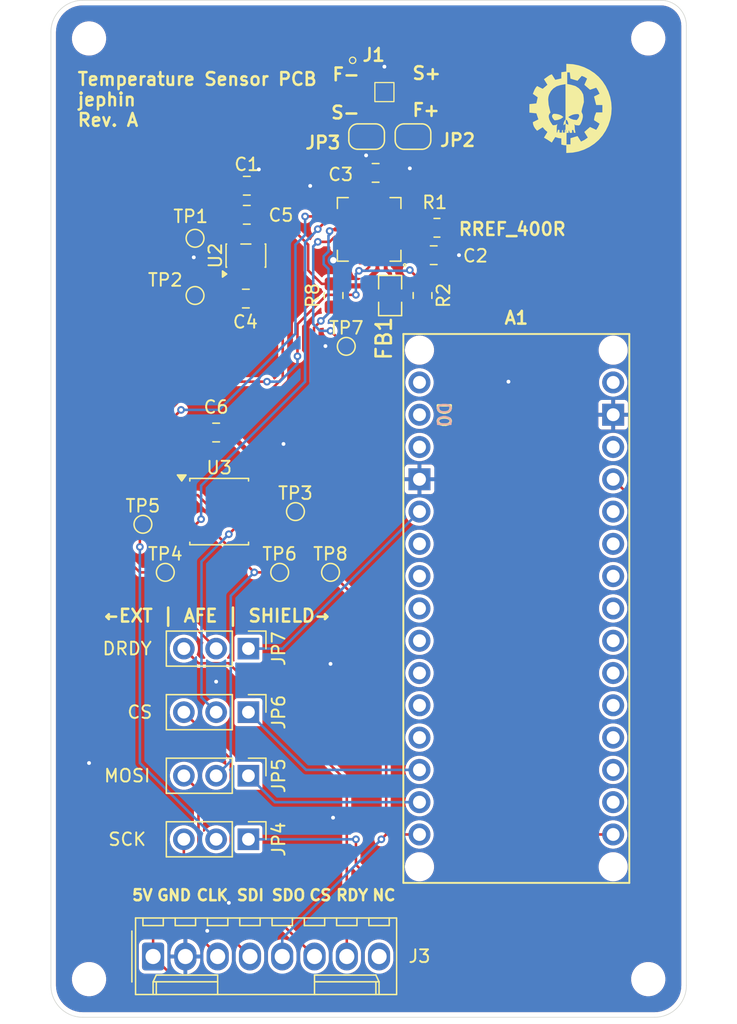
<source format=kicad_pcb>
(kicad_pcb (version 20241229) (generator "pcbnew") (generator_version "9.0")
  (title_block (title "RTD Sensor PCB") (date "2024-03-06") (company "DTU Nanolab"))
  (layers (0 "F.Cu" signal) (2 "B.Cu" signal) (13 "F.Paste" user) (15 "B.Paste" user) (5 "F.SilkS" user "F.Silkscreen") (7 "B.SilkS" user "B.Silkscreen") (1 "F.Mask" user) (3 "B.Mask" user) (25 "Edge.Cuts" user))
  (net 0 "")
  (net 1 "GND")
  (net 2 "Net-(U1-VDD)")
  (net 7 "/CS_5V")
  (net 8 "/SDO")
  (net 9 "/DRDY")
  (net 10 "Net-(U1-BIAS)")
  (net 11 "Net-(U1-ISENSOR)")
  (net 23 "/SCK_5V")
  (net 33 "3V3")
  (net 34 "5V")
  (net 35 "/DRDY_EXT")
  (net 36 "/MOSI_EXT")
  (net 38 "/CS_EXT")
  (net 39 "/SCK_EXT")
  (net 40 "/SCK_JP")
  (net 41 "/MOSI_JP")
  (net 42 "/MOSI_5V")
  (net 43 "/CS_JP")
  (net 44 "/DRDY_JP")
  (net 45 "/CS")
  (net 46 "/SCLK")
  (net 47 "/SDI")
  (net 49 "/SENSOR_S-")
  (net 50 "/SENSOR_S+")
  (net 51 "/SENSOR_F+")
  (net 52 "/SENSOR_F-")
  (footprint "TestPoint:TestPoint_Pad_D1.0mm" (layer "F.Cu") (at 111.34 88.72)
    (property "Reference" "TP1")
    (property "Value" "TestPoint")
  )
  (footprint "Resistor_SMD:R_0805_2012Metric" (layer "F.Cu") (at 122.24 93.22 90)
    (property "Reference" "R8")
    (property "Value" "10K")
  )
  (footprint "Jumper:SolderJumper-2_P1.3mm_Open_RoundedPad1.0x1.5mm" (layer "F.Cu") (at 124.84 80.72)
    (property "Reference" "JP3")
    (property "Value" "SOLDERJUMPER")
  )
  (footprint "Resistor_SMD:R_0805_2012Metric" (layer "F.Cu") (at 130.374 87.893 180)
    (property "Reference" "R1")
    (property "Value" "430Ω, ±0.1%")
  )
  (footprint "external_footprints:MAX31865ATP+" (layer "F.Cu") (at 125.04 88.02 90)
    (property "Reference" "U1" (hide yes))
    (property "Value" "MAX31865")
  )
  (footprint "TestPoint:TestPoint_Pad_D1.0mm" (layer "F.Cu") (at 109 115)
    (property "Reference" "TP4")
    (property "Value" "TestPoint")
  )
  (footprint "Connector_PinHeader_2.54mm:PinHeader_1x03_P2.54mm_Vertical" (layer "F.Cu") (at 115.54 136 -90)
    (property "Reference" "JP4")
    (property "Value" "Jumper_3_Open")
  )
  (footprint "PCM_arduino-library:Arduino_Nano_Socket" (layer "F.Cu") (at 136.62 139.43)
    (property "Reference" "A1")
    (property "Value" "Arduino_Nano_Socket")
  )
  (footprint "TestPoint:TestPoint_Pad_D1.0mm" (layer "F.Cu") (at 123.24 97.22)
    (property "Reference" "TP7")
    (property "Value" "TestPoint")
  )
  (footprint "Package_TO_SOT_SMD:SOT-23-5" (layer "F.Cu") (at 115.34 90.0825 90)
    (property "Reference" "U2")
    (property "Value" "MIC5225")
  )
  (footprint "Capacitor_SMD:C_0805_2012Metric" (layer "F.Cu") (at 113 104 180)
    (property "Reference" "C6")
    (property "Value" "0.1uF")
  )
  (footprint "Capacitor_SMD:C_0805_2012Metric" (layer "F.Cu") (at 115.4131 86.8731)
    (property "Reference" "C5")
    (property "Value" "10uF")
  )
  (footprint "Capacitor_SMD:C_0805_2012Metric" (layer "F.Cu") (at 130.12 90.052)
    (property "Reference" "C2")
    (property "Value" "0.1uF")
  )
  (footprint "Jumper:SolderJumper-2_P1.3mm_Open_RoundedPad1.0x1.5mm" (layer "F.Cu") (at 128.49 80.72)
    (property "Reference" "JP2")
    (property "Value" "SOLDERJUMPER")
  )
  (footprint "Capacitor_SMD:C_0805_2012Metric" (layer "F.Cu") (at 115.34 93.4625)
    (property "Reference" "C4")
    (property "Value" "10uF")
  )
  (footprint "Capacitor_SMD:C_0805_2012Metric" (layer "F.Cu") (at 125.548 83.575 180)
    (property "Reference" "C3")
    (property "Value" "0.1uF")
  )
  (footprint "MountingHole:MountingHole_2.2mm_M2_ISO7380" (layer "F.Cu") (at 103 147)
    (property "Reference" "U$2" (hide yes))
    (property "Value" "MOUNTINGHOLE2.5")
  )
  (footprint "Resistor_SMD:R_0805_2012Metric" (layer "F.Cu") (at 129.24 93.22 -90)
    (property "Reference" "R2")
    (property "Value" "10K")
  )
  (footprint "Connector_PinHeader_2.54mm:PinHeader_1x03_P2.54mm_Vertical" (layer "F.Cu") (at 115.54 131 -90)
    (property "Reference" "JP5")
    (property "Value" "Jumper_3_Open")
  )
  (footprint "Connector_Molex:Molex_KK-254_AE-6410-08A_1x08_P2.54mm_Vertical" (layer "F.Cu") (at 108.04 145.22)
    (property "Reference" "J3")
    (property "Value" "Conn_01x08")
  )
  (footprint "MountingHole:MountingHole_2.2mm_M2_ISO7380" (layer "F.Cu") (at 147 147)
    (property "Reference" "U$1" (hide yes))
    (property "Value" "MOUNTINGHOLE2.5")
  )
  (footprint "TestPoint:TestPoint_Pad_D1.0mm" (layer "F.Cu") (at 107.24 111.22)
    (property "Reference" "TP5")
    (property "Value" "TestPoint")
  )
  (footprint "TestPoint:TestPoint_Pad_D1.0mm" (layer "F.Cu") (at 119.24 110.22)
    (property "Reference" "TP3")
    (property "Value" "TestPoint")
  )
  (footprint "Package_SO:TSSOP-14_4.4x5mm_P0.65mm" (layer "F.Cu") (at 113.24 110.22)
    (property "Reference" "U3")
    (property "Value" "74LVC125")
  )
  (footprint "MountingHole:MountingHole_2.2mm_M2_ISO7380" (layer "F.Cu") (at 103 73)
    (property "Reference" "U$18" (hide yes))
    (property "Value" "MOUNTINGHOLE2.5")
  )
  (footprint "external_footprints:LI0805G201R-10" (layer "F.Cu") (at 126.691 93.227 -90)
    (property "Reference" "FB1")
    (property "Value" "FERRITE-0805NO")
  )
  (footprint "SensorFootprint:RTD_Sensor_BondPad_4x" (layer "F.Cu") (at 126.24 77.22)
    (property "Reference" "J1")
    (property "Value" "Conn_01x04" (hide yes))
  )
  (footprint "TestPoint:TestPoint_Pad_D1.0mm" (layer "F.Cu") (at 111.34 93.22)
    (property "Reference" "TP2")
    (property "Value" "TestPoint")
  )
  (footprint "TestPoint:TestPoint_Pad_D1.0mm" (layer "F.Cu") (at 122 115)
    (property "Reference" "TP8")
    (property "Value" "TestPoint")
  )
  (footprint "Connector_PinHeader_2.54mm:PinHeader_1x03_P2.54mm_Vertical" (layer "F.Cu") (at 115.54 121 -90)
    (property "Reference" "JP7")
    (property "Value" "Jumper_3_Open")
  )
  (footprint "MountingHole:MountingHole_2.2mm_M2_ISO7380" (layer "F.Cu") (at 147 73)
    (property "Reference" "U$19" (hide yes))
    (property "Value" "MOUNTINGHOLE2.5")
  )
  (footprint "Capacitor_SMD:C_0805_2012Metric" (layer "F.Cu") (at 115.4131 84.5871)
    (property "Reference" "C1")
    (property "Value" "0.1uF")
  )
  (footprint "Connector_PinHeader_2.54mm:PinHeader_1x03_P2.54mm_Vertical" (layer "F.Cu") (at 115.54 126 -90)
    (property "Reference" "JP6")
    (property "Value" "Jumper_3_Open")
  )
  (footprint "TestPoint:TestPoint_Pad_D1.0mm" (layer "F.Cu") (at 118 115)
    (property "Reference" "TP6")
    (property "Value" "TestPoint")
  )
  (gr_poly (pts (xy 139.791406 78.939645) (xy 139.980696 78.981769) (xy 140.156476 79.053019) (xy 140.279588 79.144801) (xy 140.31905 79.159303) (xy 140.290274 79.208305) (xy 140.117167 79.327068) (xy 139.895184 79.410248) (xy 139.679056 79.436977) (xy 139.620743 79.436977) (xy 139.518801 79.320647) (xy 139.450689 79.211663) (xy 139.423023 79.103195) (xy 139.452216 79.01291) (xy 139.514957 78.944928) (xy 139.569758 78.926509) (xy 139.624712 78.926509)) (fill yes) (layer "F.SilkS"))
  (gr_poly (pts (xy 141.074047 75.026739) (xy 141.516811 75.113544) (xy 141.946803 75.258287) (xy 142.367254 75.463146) (xy 142.757568 75.719433) (xy 143.100081 76.017752) (xy 143.398442 76.360164) (xy 143.654719 76.750306) (xy 143.859578 77.170757) (xy 144.004321 77.600749) (xy 144.091127 78.043513) (xy 144.120307 78.502748) (xy 144.091127 78.961983) (xy 144.004321 79.404747) (xy 143.859578 79.834739) (xy 143.654719 80.255191) (xy 143.398442 80.645332) (xy 143.100081 80.987744) (xy 142.757568 81.286063) (xy 142.367254 81.54235) (xy 141.946803 81.747209) (xy 141.516811 81.891952) (xy 141.074047 81.978758) (xy 140.614812 82.007938) (xy 140.550393 82.007938) (xy 140.550393 81.40649) (xy 140.504292 81.40649) (xy 140.335395 81.392235) (xy 140.159299 81.348177) (xy 140.159299 80.863661) (xy 139.94486 80.839073) (xy 139.683025 80.756804) (xy 139.410084 81.192472) (xy 139.073029 80.970211) (xy 138.791234 80.8026) (xy 139.024948 80.426161) (xy 140.569932 80.426161) (xy 140.569932 81.331386) (xy 140.878594 81.331386) (xy 140.878594 80.846564) (xy 141.436384 80.678341) (xy 141.711157 81.112483) (xy 141.969908 80.984761) (xy 142.240859 80.797104) (xy 141.969138 80.356246) (xy 142.415492 79.962404) (xy 142.904283 80.18955) (xy 143.048347 79.964393) (xy 143.168676 79.707781) (xy 142.733618 79.432703) (xy 142.7451 79.305109) (xy 142.788573 79.096869) (xy 142.90062 78.817516) (xy 143.389716 78.817516) (xy 143.389716 78.236829) (xy 142.899704 78.236829) (xy 142.732092 77.567298) (xy 143.168371 77.349617) (xy 143.048271 77.097359) (xy 142.903673 76.87487) (xy 142.414882 77.037902) (xy 141.969749 76.648029) (xy 142.187125 76.157406) (xy 141.971311 76.023379) (xy 141.765501 75.947052) (xy 141.435468 76.329292) (xy 140.879205 76.161986) (xy 140.824861 75.673195) (xy 140.624582 75.673195) (xy 140.624582 76.582389) (xy 140.944963 76.649146) (xy 141.274573 76.745116) (xy 141.541513 76.918959) (xy 141.741436 77.137288) (xy 141.882127 77.405792) (xy 141.922763 77.687922) (xy 141.937082 78.009988) (xy 141.8 78.5) (xy 141.749875 78.743523) (xy 141.769775 78.821485) (xy 141.84749 78.996069) (xy 141.85465 79.182354) (xy 141.813453 79.374025) (xy 141.743519 79.568563) (xy 141.658403 79.74176) (xy 141.602774 79.818301) (xy 141.516461 79.846154) (xy 141.262055 79.819217) (xy 141.208017 79.765178) (xy 141.188521 79.775289) (xy 141.197331 79.813722) (xy 141.213011 79.889262) (xy 141.221755 80.137343) (xy 141.278847 80.421276) (xy 141.150925 80.421276) (xy 141.097191 80.202678) (xy 141.007432 80.202678) (xy 141.007432 80.426161) (xy 140.826692 80.426161) (xy 140.770211 80.260991) (xy 140.73388 80.224965) (xy 140.73388 80.426161) (xy 140.569932 80.426161) (xy 139.024948 80.426161) (xy 139.065702 80.36052) (xy 138.865901 80.187205) (xy 138.692621 79.987134) (xy 138.25451 80.263739) (xy 138.101142 80.087623) (xy 138.000192 79.925463) (xy 137.937557 79.755559) (xy 137.91715 79.585049) (xy 138.353123 79.367978) (xy 138.19406 78.891094) (xy 137.647567 78.83614) (xy 137.647567 78.499695) (xy 137.647567 78.163556) (xy 138.193755 78.108906) (xy 138.26413 77.792418) (xy 139.125449 77.792418) (xy 139.143554 78.007851) (xy 139.162656 78.230447) (xy 139.225681 78.498169) (xy 139.307807 78.831255) (xy 139.217059 78.948047) (xy 139.17366 79.063736) (xy 139.171031 79.183575) (xy 139.217257 79.36918) (xy 139.306281 79.562457) (xy 139.466565 79.805173) (xy 139.53967 79.830724) (xy 139.730347 79.804562) (xy 139.864681 79.736785) (xy 139.831098 79.803952) (xy 139.809047 79.895996) (xy 139.797819 80.142534) (xy 139.797819 80.406621) (xy 139.834761 80.406621) (xy 139.889411 80.188024) (xy 140.015501 80.188024) (xy 140.015501 80.406621) (xy 140.210285 80.406621) (xy 140.210285 80.246947) (xy 140.285389 80.180086) (xy 140.285389 80.406621) (xy 140.436515 80.406621) (xy 140.436515 80.348308) (xy 140.515283 80.348308) (xy 140.54215 80.348308) (xy 140.54215 80.211532) (xy 140.515283 80.211532) (xy 140.515283 80.348308) (xy 140.436515 80.348308) (xy 140.436515 80.183749) (xy 140.4875 80.183749) (xy 140.4875 79.723834) (xy 140.323247 79.827766) (xy 140.34071 79.698575) (xy 140.515283 79.698575) (xy 140.714341 79.794487) (xy 140.686489 79.603715) (xy 140.603821 79.43484) (xy 140.515283 79.392081) (xy 140.515283 79.698575) (xy 140.34071 79.698575) (xy 140.353751 79.602094) (xy 140.440483 79.420796) (xy 140.4875 79.376273) (xy 140.4875 79.172759) (xy 140.71249 79.172759) (xy 140.73846 79.210136) (xy 140.891417 79.30936) (xy 141.117136 79.389786) (xy 141.373186 79.417438) (xy 141.467715 79.309011) (xy 141.531638 79.205862) (xy 141.565964 79.102073) (xy 141.559421 79.02268) (xy 141.51704 78.966561) (xy 141.431804 78.946049) (xy 141.223191 78.960473) (xy 141.053228 79.000393) (xy 140.893821 79.066888) (xy 140.727163 79.164341) (xy 140.71249 79.172759) (xy 140.4875 79.172759) (xy 140.4875 76.600402) (xy 140.446895 76.600402) (xy 140.081648 76.6712) (xy 139.794156 76.763128) (xy 139.532234 76.933838) (xy 139.336018 77.148323) (xy 139.197898 77.412204) (xy 139.144199 77.595211) (xy 139.125449 77.792418) (xy 138.26413 77.792418) (xy 138.3 77.631106) (xy 137.915318 77.35786) (xy 138.055452 77.022331) (xy 138.148176 76.867781) (xy 138.254205 76.742368) (xy 138.693231 76.96066) (xy 139.065702 76.642839) (xy 138.791234 76.205949) (xy 139.100506 75.982162) (xy 139.246392 75.88604) (xy 139.411305 75.815466) (xy 139.683636 76.252356) (xy 140.159299 76.146721) (xy 140.159299 75.654876) (xy 140.550393 75.600227) (xy 140.550393 74.997558) (xy 140.614812 74.997558)) (fill yes) (layer "F.SilkS"))
  (gr_line (start 102.5 150) (end 147.5 150) (stroke (width 0.05)) (layer "Edge.Cuts"))
  (gr_arc (start 148 70) (mid 149.414214 70.585786) (end 150 72) (stroke (width 0.05)) (layer "Edge.Cuts"))
  (gr_arc (start 100 72.5) (mid 100.732233 70.732233) (end 102.5 70) (stroke (width 0.05)) (layer "Edge.Cuts"))
  (gr_line (start 100 72.5) (end 100 147.5) (stroke (width 0.05)) (layer "Edge.Cuts"))
  (gr_arc (start 150 147.5) (mid 149.267767 149.267767) (end 147.5 150) (stroke (width 0.05)) (layer "Edge.Cuts"))
  (gr_line (start 148 70) (end 102.5 70) (stroke (width 0.05)) (layer "Edge.Cuts"))
  (gr_arc (start 102.5 150) (mid 100.732233 149.267767) (end 100 147.5) (stroke (width 0.05)) (layer "Edge.Cuts"))
  (gr_line (start 150 147.5) (end 150 72) (stroke (width 0.05)) (layer "Edge.Cuts"))
  (gr_text "SDO" (at 118.7 140.4 0) (layer "F.SilkS") (effects (font (size 0.8636 0.8636) (thickness 0.2) (bold yes))))
  (gr_text "←EXT | AFE | SHIELD→" (at 104 119 0) (layer "F.SilkS") (effects (font (size 1 1) (thickness 0.2) (bold yes)) (justify left bottom)))
  (gr_text "5V" (at 107.2 140.4 0) (layer "F.SilkS") (effects (font (size 0.8636 0.8636) (thickness 0.2) (bold yes))))
  (gr_text "Temperature Sensor PCB\njephin\nRev. A" (at 102 80 0) (layer "F.SilkS") (effects (font (size 1 1) (thickness 0.2) (bold yes)) (justify left bottom)))
  (gr_text "NC" (at 126.2 140.4 0) (layer "F.SilkS") (effects (font (size 0.8636 0.8636) (thickness 0.2) (bold yes))))
  (gr_text "GND" (at 109.7 140.4 0) (layer "F.SilkS") (effects (font (size 0.8636 0.8636) (thickness 0.2) (bold yes))))
  (gr_text "CS" (at 121.2 140.4 0) (layer "F.SilkS") (effects (font (size 0.8636 0.8636) (thickness 0.2) (bold yes))))
  (gr_text "CLK" (at 112.7 140.4 0) (layer "F.SilkS") (effects (font (size 0.8636 0.8636) (thickness 0.2) (bold yes))))
  (gr_text "SDI" (at 115.7 140.4 0) (layer "F.SilkS") (effects (font (size 0.8636 0.8636) (thickness 0.2) (bold yes))))
  (gr_text "RDY" (at 123.7 140.4 0) (layer "F.SilkS") (effects (font (size 0.8636 0.8636) (thickness 0.2) (bold yes))))
  (segment (start 131.07 90.052) (end 132.1023 90.052) (width 0.2) (layer "F.Cu") (net 1))
  (segment (start 132.1023 90.052) (end 132.1069 90.0474) (width 0.2) (layer "F.Cu") (net 1))
  (segment (start 126.34 85.695) (end 126.34 86.72) (width 0.2) (layer "F.Cu") (net 1))
  (segment (start 122.715 89.32) (end 123.74 89.32) (width 0.2) (layer "F.Cu") (net 1))
  (segment (start 123.74 90.345) (end 123.74 89.32) (width 0.2) (layer "F.Cu") (net 1))
  (segment (start 116.3631 84.5871) (end 116.3631 83.3056) (width 0.2) (layer "F.Cu") (net 1))
  (segment (start 123.74 85.695) (end 123.74 86.72) (width 0.2) (layer "F.Cu") (net 1))
  (segment (start 116.3631 83.3056) (end 116.36 83.3025) (width 0.2) (layer "F.Cu") (net 1))
  (via (at 118.3 104.9) (size 0.6) (drill 0.3) (layers "F.Cu" "B.Cu") (net 1))
  (via (at 122.2 134.3) (size 0.6) (drill 0.3) (layers "F.Cu" "B.Cu") (net 1))
  (via (at 136 100) (size 0.6) (drill 0.3) (layers "F.Cu" "B.Cu") (net 1))
  (via (at 114 141) (size 0.6) (drill 0.3) (layers "F.Cu" "B.Cu") (net 1))
  (via (at 126.24 75.22) (size 0.6) (drill 0.3) (layers "F.Cu" "B.Cu") (net 1))
  (via (at 120.4 84.6) (size 0.6) (drill 0.3) (layers "F.Cu" "B.Cu") (net 1))
  (via (at 128.24 83.22) (size 0.6) (drill 0.3) (layers "F.Cu" "B.Cu") (net 1))
  (via (at 132.1069 90.0474) (size 0.6) (drill 0.3) (layers "F.Cu" "B.Cu") (net 1))
  (via (at 121.6 97.2) (size 0.6) (drill 0.3) (layers "F.Cu" "B.Cu") (net 1))
  (via (at 116.36 83.3025) (size 0.6) (drill 0.3) (layers "F.Cu" "B.Cu") (net 1))
  (via (at 124.8 82.2) (size 0.6) (drill 0.3) (layers "F.Cu" "B.Cu") (net 1))
  (via (at 122.2169 90.4474) (size 0.9064) (drill 0.5) (layers "F.Cu" "B.Cu") (net 1))
  (via (at 122 122.2) (size 0.6) (drill 0.3) (layers "F.Cu" "B.Cu") (net 1))
  (via (at 111.24 90.22) (size 0.6) (drill 0.3) (layers "F.Cu" "B.Cu") (net 1))
  (via (at 112.3 143.2) (size 0.6) (drill 0.3) (layers "F.Cu" "B.Cu") (net 1))
  (via (at 113 123.6) (size 0.6) (drill 0.3) (layers "F.Cu" "B.Cu") (net 1))
  (via (at 103 130) (size 0.6) (drill 0.3) (layers "F.Cu" "B.Cu") (net 1))
  (segment (start 126.34 90.345) (end 127.9593 90.345) (width 0.3048) (layer "F.Cu") (net 2))
  (segment (start 126.34 91.1505) (end 126.34 90.345) (width 0.3048) (layer "F.Cu") (net 2))
  (segment (start 128.2523 90.052) (end 129.17 90.052) (width 0.3048) (layer "F.Cu") (net 2))
  (segment (start 127.9593 90.345) (end 128.2523 90.052) (width 0.3048) (layer "F.Cu") (net 2))
  (segment (start 126.691 92.384) (end 126.691 91.5015) (width 0.3048) (layer "F.Cu") (net 2))
  (segment (start 126.691 91.5015) (end 126.34 91.1505) (width 0.3048) (layer "F.Cu") (net 2))
  (segment (start 120.08 130.54) (end 115.54 126) (width 0.2) (layer "B.Cu") (net 7))
  (segment (start 129 130.54) (end 120.08 130.54) (width 0.2) (layer "B.Cu") (net 7))
  (segment (start 121 89) (end 121.931036 89) (width 0.2) (layer "F.Cu") (net 8))
  (segment (start 122 115) (end 122 98.46) (width 0.2) (layer "F.Cu") (net 8))
  (segment (start 126.38 119.38) (end 122 115) (width 0.2) (layer "F.Cu") (net 8))
  (segment (start 126.38 135.62) (end 129 135.62) (width 0.2) (layer "F.Cu") (net 8))
  (segment (start 123.22 97.22) (end 122 96) (width 0.2) (layer "F.Cu") (net 8))
  (segment (start 122.261036 88.67) (end 122.715 88.67) (width 0.2) (layer "F.Cu") (net 8))
  (segment (start 122 98.46) (end 123.24 97.22) (width 0.2) (layer "F.Cu") (net 8))
  (segment (start 126.38 135.62) (end 126.38 119.38) (width 0.2) (layer "F.Cu") (net 8))
  (segment (start 121.931036 89) (end 122.261036 88.67) (width 0.2) (layer "F.Cu") (net 8))
  (segment (start 126 136) (end 126.38 135.62) (width 0.2) (layer "F.Cu") (net 8))
  (via (at 121 89) (size 0.6) (drill 0.3) (layers "F.Cu" "B.Cu") (net 8))
  (via (at 122 96) (size 0.6) (drill 0.3) (layers "F.Cu" "B.Cu") (net 8))
  (via (at 126 136) (size 0.6) (drill 0.3) (layers "F.Cu" "B.Cu") (net 8))
  (segment (start 118.2 143.8) (end 126 136) (width 0.2) (layer "B.Cu") (net 8))
  (segment (start 118.2 145.22) (end 118.2 143.8) (width 0.2) (layer "B.Cu") (net 8))
  (segment (start 121.170057 96) (end 120.639 95.468943) (width 0.2) (layer "B.Cu") (net 8))
  (segment (start 120.639 89.361) (end 121 89) (width 0.2) (layer "B.Cu") (net 8))
  (segment (start 122 96) (end 121.170057 96) (width 0.2) (layer "B.Cu") (net 8))
  (segment (start 120.639 95.468943) (end 120.639 89.361) (width 0.2) (layer "B.Cu") (net 8))
  (segment (start 115.54 121) (end 118.22 121) (width 0.2) (layer "B.Cu") (net 9))
  (segment (start 118.22 121) (end 129 110.22) (width 0.2) (layer "B.Cu") (net 9))
  (segment (start 127.365 88.67) (end 127.365 89.32) (width 0.3048) (layer "F.Cu") (net 10))
  (segment (start 127.9343 88.67) (end 127.365 88.67) (width 0.3048) (layer "F.Cu") (net 10))
  (segment (start 128.7113 87.893) (end 127.9343 88.67) (width 0.3048) (layer "F.Cu") (net 10))
  (segment (start 129.424 87.893) (end 128.7113 87.893) (width 0.3048) (layer "F.Cu") (net 10))
  (segment (start 128.9869 86.7474) (end 130.9769 86.7474) (width 0.3048) (layer "F.Cu") (net 11))
  (segment (start 131.2865 87.057) (end 131.2865 87.893) (width 0.3048) (layer "F.Cu") (net 11))
  (segment (start 127.365 87.37) (end 127.365 88.02) (width 0.3048) (layer "F.Cu") (net 11))
  (segment (start 128.3643 87.37) (end 128.9869 86.7474) (width 0.3048) (layer "F.Cu") (net 11))
  (segment (start 130.9769 86.7474) (end 131.2865 87.057) (width 0.3048) (layer "F.Cu") (net 11))
  (segment (start 127.365 87.37) (end 128.3643 87.37) (width 0.3048) (layer "F.Cu") (net 11))
  (segment (start 139.38 135.62) (end 134 141) (width 0.2) (layer "F.Cu") (net 23))
  (segment (start 127 141) (end 124 138) (width 0.2) (layer "F.Cu") (net 23))
  (segment (start 124 138) (end 124 136) (width 0.2) (layer "F.Cu") (net 23))
  (segment (start 144.24 135.62) (end 139.38 135.62) (width 0.2) (layer "F.Cu") (net 23))
  (segment (start 134 141) (end 127 141) (width 0.2) (layer "F.Cu") (net 23))
  (via (at 124 136) (size 0.6) (drill 0.3) (layers "F.Cu" "B.Cu") (net 23))
  (segment (start 124 136) (end 115.54 136) (width 0.2) (layer "B.Cu") (net 23))
  (segment (start 114.39 88.945) (end 114.39 87.9815) (width 0.2) (layer "F.Cu") (net 33))
  (segment (start 120.24 89.22) (end 120.24 91.24) (width 0.2) (layer "F.Cu") (net 33))
  (segment (start 125.548 93.862) (end 125.548 92.719) (width 0.3048) (layer "F.Cu") (net 33))
  (segment (start 114.39 87.9815) (end 118.24 87.9815) (width 0.2) (layer "F.Cu") (net 33))
  (segment (start 116.1025 108.27) (end 116.1025 109.57) (width 0.4064) (layer "F.Cu") (net 33))
  (segment (start 125.69 90.345) (end 125.69 91.22) (width 0.3048) (layer "F.Cu") (net 33))
  (segment (start 114.4631 86.8731) (end 114.4631 84.5871) (width 0.4064) (layer "F.Cu") (net 33))
  (segment (start 125.548 92.719) (end 125.294 92.465) (width 0.3048) (layer "F.Cu") (net 33))
  (segment (start 125.294 92.465) (end 124.532 92.465) (width 0.3048) (layer "F.Cu") (net 33))
  (segment (start 129.24 94.1325) (end 126.7535 94.1325) (width 0.2) (layer "F.Cu") (net 33))
  (segment (start 122.3975 92.465) (end 124.445 92.465) (width 0.4064) (layer "F.Cu") (net 33))
  (segment (start 114.165 88.72) (end 114.39 88.945) (width 0.2) (layer "F.Cu") (net 33))
  (segment (start 116.1025 108.27) (end 116.1025 106.1025) (width 0.4064) (layer "F.Cu") (net 33))
  (segment (start 126.691 94.07) (end 125.756 94.07) (width 0.3048) (layer "F.Cu") (net 33))
  (segment (start 118.24 87.9815) (end 119.0015 87.9815) (width 0.2) (layer "F.Cu") (net 33))
  (segment (start 118.24 87.9815) (end 118.24 99.71) (width 0.2) (layer "F.Cu") (net 33))
  (segment (start 116.1025 106.1025) (end 114 104) (width 0.4064) (layer "F.Cu") (net 33))
  (segment (start 119.0015 87.9815) (end 120.24 89.22) (width 0.2) (layer "F.Cu") (net 33))
  (segment (start 120.24 91.24) (end 121.3075 92.3075) (width 0.2) (layer "F.Cu") (net 33))
  (segment (start 121.3075 92.3075) (end 122.24 92.3075) (width 0.2) (layer "F.Cu") (net 33))
  (segment (start 111.34 88.72) (end 114.165 88.72) (width 0.2) (layer "F.Cu") (net 33))
  (segment (start 118.24 99.71) (end 113.95 104) (width 0.2) (layer "F.Cu") (net 33))
  (segment (start 114.39 86.9462) (end 114.39 88.945) (width 0.4064) (layer "F.Cu") (net 33))
  (segment (start 125.756 94.07) (end 125.548 93.862) (width 0.3048) (layer "F.Cu") (net 33))
  (segment (start 124.445 92.465) (end 125.69 91.22) (width 0.4064) (layer "F.Cu") (net 33))
  (segment (start 108.04 145.22) (end 108.04 142.14) (width 0.2) (layer "F.Cu") (net 34))
  (segment (start 114.8082 90.1543) (end 114.39 90.5725) (width 0.4064) (layer "F.Cu") (net 34))
  (segment (start 146.5 109.94) (end 146.5 141) (width 0.2) (layer "F.Cu") (net 34))
  (segment (start 115.8918 90.1543) (end 114.8082 90.1543) (width 0.4064) (layer "F.Cu") (net 34))
  (segment (start 146.5 141) (end 140.5 147) (width 0.2) (layer "F.Cu") (net 34))
  (segment (start 105 139.1) (end 105 99.46) (width 0.2) (layer "F.Cu") (net 34))
  (segment (start 140.5 147) (end 109.82 147) (width 0.2) (layer "F.Cu") (net 34))
  (segment (start 114.39 90.5725) (end 114.39 91.22) (width 0.4064) (layer "F.Cu") (net 34))
  (segment (start 116.29 91.22) (end 116.29 90.5525) (width 0.4064) (layer "F.Cu") (net 34))
  (segment (start 105 99.46) (end 111.24 93.22) (width 0.2) (layer "F.Cu") (net 34))
  (segment (start 116.29 90.5525) (end 115.8918 90.1543) (width 0.4064) (layer "F.Cu") (net 34))
  (segment (start 144.24 107.68) (end 146.5 109.94) (width 0.2) (layer "F.Cu") (net 34))
  (segment (start 108.04 142.14) (end 105 139.1) (width 0.2) (layer "F.Cu") (net 34))
  (segment (start 111.34 93.22) (end 114.1475 93.22) (width 0.2) (layer "F.Cu") (net 34))
  (segment (start 114.39 91.22) (end 114.39 93.4625) (width 0.4064) (layer "F.Cu") (net 34))
  (segment (start 109.82 147) (end 108.04 145.22) (width 0.2) (layer "F.Cu") (net 34))
  (segment (start 111.611 122.151) (end 110.46 121) (width 0.2) (layer "F.Cu") (net 35))
  (segment (start 113.993 122.151) (end 111.611 122.151) (width 0.2) (layer "F.Cu") (net 35))
  (segment (start 123.28 145.22) (end 123.28 131.438) (width 0.2) (layer "F.Cu") (net 35))
  (segment (start 123.28 131.438) (end 113.993 122.151) (width 0.2) (layer "F.Cu") (net 35))
  (segment (start 115.66 145.22) (end 111.611 141.171) (width 0.2) (layer "F.Cu") (net 36))
  (segment (start 111.611 141.171) (end 111.611 132.151) (width 0.2) (layer "F.Cu") (net 36))
  (segment (start 111.611 132.151) (end 110.46 131) (width 0.2) (layer "F.Cu") (net 36))
  (segment (start 120.74 145.22) (end 114.151 138.631) (width 0.2) (layer "F.Cu") (net 38))
  (segment (start 114.151 129.691) (end 110.46 126) (width 0.2) (layer "F.Cu") (net 38))
  (segment (start 114.151 138.631) (end 114.151 129.691) (width 0.2) (layer "F.Cu") (net 38))
  (segment (start 113.12 145.12) (end 110.46 142.46) (width 0.2) (layer "F.Cu") (net 39))
  (segment (start 110.46 142.46) (end 110.46 136) (width 0.2) (layer "F.Cu") (net 39))
  (segment (start 110.3775 110.87) (end 109.72013 110.87) (width 0.2) (layer "F.Cu") (net 40))
  (segment (start 107 113) (end 107 111.46) (width 0.2) (layer "F.Cu") (net 40))
  (segment (start 107.24 111.22) (end 109.30787 111.22) (width 0.2) (layer "F.Cu") (net 40))
  (segment (start 109.30787 111.22) (end 109.339 111.25113) (width 0.2) (layer "F.Cu") (net 40))
  (segment (start 109.72013 110.87) (end 109.339 111.25113) (width 0.2) (layer "F.Cu") (net 40))
  (via (at 107 113) (size 0.6) (drill 0.3) (layers "F.Cu" "B.Cu") (net 40))
  (segment (start 113 136) (end 107 130) (width 0.2) (layer "B.Cu") (net 40))
  (segment (start 107 130) (end 107 113) (width 0.2) (layer "B.Cu") (net 40))
  (segment (start 111.54513 108.92) (end 113 110.37487) (width 0.2) (layer "F.Cu") (net 41))
  (segment (start 113 110.37487) (end 113 112) (width 0.2) (layer "F.Cu") (net 41))
  (segment (start 113 112) (end 116 115) (width 0.2) (layer "F.Cu") (net 41))
  (segment (start 110.3775 108.92) (end 111.54513 108.92) (width 0.2) (layer "F.Cu") (net 41))
  (segment (start 116 115) (end 118 115) (width 0.2) (layer "F.Cu") (net 41))
  (via (at 116 115) (size 0.6) (drill 0.3) (layers "F.Cu" "B.Cu") (net 41))
  (segment (start 113 131) (end 114.151 129.849) (width 0.2) (layer "B.Cu") (net 41))
  (segment (start 114.151 129.849) (end 114.151 116.849) (width 0.2) (layer "B.Cu") (net 41))
  (segment (start 114.151 116.849) (end 116 115) (width 0.2) (layer "B.Cu") (net 41))
  (segment (start 129 133.08) (end 117.62 133.08) (width 0.2) (layer "B.Cu") (net 42))
  (segment (start 117.62 133.08) (end 115.54 131) (width 0.2) (layer "B.Cu") (net 42))
  (segment (start 114 112) (end 114.48 111.52) (width 0.2) (layer "F.Cu") (net 43))
  (segment (start 117.94 111.52) (end 116.1025 111.52) (width 0.2) (layer "F.Cu") (net 43))
  (segment (start 114.48 111.52) (end 116.1025 111.52) (width 0.2) (layer "F.Cu") (net 43))
  (segment (start 119.24 110.22) (end 117.94 111.52) (width 0.2) (layer "F.Cu") (net 43))
  (via (at 114 112) (size 0.6) (drill 0.3) (layers "F.Cu" "B.Cu") (net 43))
  (segment (start 113 126) (end 111.849 124.849) (width 0.2) (layer "B.Cu") (net 43))
  (segment (start 111.849 114.151) (end 114 112) (width 0.2) (layer "B.Cu") (net 43))
  (segment (start 111.849 124.849) (end 111.849 114.151) (width 0.2) (layer "B.Cu") (net 43))
  (segment (start 124.24 91.275902) (end 124.739998 91.275902) (width 0.2) (layer "F.Cu") (net 44))
  (segment (start 106 114) (end 106 105.610057) (width 0.2) (layer "F.Cu") (net 44))
  (segment (start 125.04 90.9759) (end 125.04 90.345) (width 0.2) (layer "F.Cu") (net 44))
  (segment (start 106 105.610057) (end 111.610057 100) (width 0.2) (layer "F.Cu") (net 44))
  (segment (start 119.4 95.47384) (end 121.70564 93.1682) (width 0.2) (layer "F.Cu") (net 44))
  (segment (start 129.24 92.22) (end 128.24 91.22) (width 0.2) (layer "F.Cu") (net 44))
  (segment (start 119.4 98) (end 119.4 95.47384) (width 0.2) (layer "F.Cu") (net 44))
  (segment (start 111.610057 100) (end 117 100) (width 0.2) (layer "F.Cu") (net 44))
  (segment (start 107 115) (end 106 114) (width 0.2) (layer "F.Cu") (net 44))
  (segment (start 121.70564 93.1682) (end 123.995319 93.1682) (width 0.2) (layer "F.Cu") (net 44))
  (segment (start 109 117) (end 109 115) (width 0.2) (layer "F.Cu") (net 44))
  (segment (start 109 115) (end 107 115) (width 0.2) (layer "F.Cu") (net 44))
  (segment (start 113 121) (end 109 117) (width 0.2) (layer "F.Cu") (net 44))
  (segment (start 124.739998 91.275902) (end 125.04 90.9759) (width 0.2) (layer "F.Cu") (net 44))
  (via (at 128.24 91.22) (size 0.6) (drill 0.3) (layers "F.Cu" "B.Cu") (net 44))
  (via (at 124.24 91.275902) (size 0.6) (drill 0.3) (layers "F.Cu" "B.Cu") (net 44))
  (via (at 119.4 98) (size 0.6) (drill 0.3) (layers "F.Cu" "B.Cu") (net 44))
  (via (at 123.995319 93.1682) (size 0.6) (drill 0.3) (layers "F.Cu" "B.Cu") (net 44))
  (via (at 117 100) (size 0.6) (drill 0.3) (layers "F.Cu" "B.Cu") (net 44))
  (segment (start 128.184098 91.275902) (end 124.24 91.275902) (width 0.2) (layer "B.Cu") (net 44))
  (segment (start 118 100) (end 119.4 98.6) (width 0.2) (layer "B.Cu") (net 44))
  (segment (start 128.24 91.22) (end 128.184098 91.275902) (width 0.2) (layer "B.Cu") (net 44))
  (segment (start 123.995319 91.520583) (end 124.24 91.275902) (width 0.2) (layer "B.Cu") (net 44))
  (segment (start 123.995319 93.1682) (end 123.995319 91.520583) (width 0.2) (layer "B.Cu") (net 44))
  (segment (start 117 100) (end 118 100) (width 0.2) (layer "B.Cu") (net 44))
  (segment (start 119.4 98.6) (end 119.4 98) (width 0.2) (layer "B.Cu") (net 44))
  (segment (start 121.24 95.22) (end 122.1525 94.3075) (width 0.2) (layer "F.Cu") (net 45))
  (segment (start 120.29 112.17) (end 116.1025 112.17) (width 0.2) (layer "F.Cu") (net 45))
  (segment (start 120.7 111.76) (end 120.29 112.17) (width 0.2) (layer "F.Cu") (net 45))
  (segment (start 120.7 95.76) (end 120.7 111.76) (width 0.2) (layer "F.Cu") (net 45))
  (segment (start 122.715 88.02) (end 122.061093 88.02) (width 0.2) (layer "F.Cu") (net 45))
  (segment (start 122.061093 88.02) (end 121.931369 88.149724) (width 0.2) (layer "F.Cu") (net 45))
  (segment (start 121.24 95.22) (end 120.7 95.76) (width 0.2) (layer "F.Cu") (net 45))
  (via (at 121.24 95.22) (size 0.6) (drill 0.3) (layers "F.Cu" "B.Cu") (net 45))
  (via (at 121.931369 88.149724) (size 0.6) (drill 0.3) (layers "F.Cu" "B.Cu") (net 45))
  (segment (start 121.24 95.22) (end 121.839 94.621) (width 0.2) (layer "B.Cu") (net 45))
  (segment (start 121.839 94.621) (end 121.839 91.1361) (width 0.2) (layer "B.Cu") (net 45))
  (segment (start 121.839 88.524936) (end 122.07279 88.291145) (width 0.2) (layer "B.Cu") (net 45))
  (segment (start 121.839 89.7587) (end 121.839 88.524936) (width 0.2) (layer "B.Cu") (net 45))
  (segment (start 121.839 91.1361) (end 121.4627 90.7598) (width 0.2) (layer "B.Cu") (net 45))
  (segment (start 122.07279 88.291145) (end 121.931369 88.149724) (width 0.2) (layer "B.Cu") (net 45))
  (segment (start 121.4627 90.7598) (end 121.4627 90.135) (width 0.2) (layer "B.Cu") (net 45))
  (segment (start 121.4627 90.135) (end 121.839 89.7587) (width 0.2) (layer "B.Cu") (net 45))
  (segment (start 121.63 87.37) (end 121 88) (width 0.2) (layer "F.Cu") (net 46))
  (segment (start 111.817499 110.817499) (end 111.114999 111.52) (width 0.2) (layer "F.Cu") (net 46))
  (segment (start 122.715 87.37) (end 121.63 87.37) (width 0.2) (layer "F.Cu") (net 46))
  (segment (start 111.114999 111.52) (end 110.3775 111.52) (width 0.2) (layer "F.Cu") (net 46))
  (via (at 121 88) (size 0.6) (drill 0.3) (layers "F.Cu" "B.Cu") (net 46))
  (via (at 111.817499 110.817499) (size 0.6) (drill 0.3) (layers "F.Cu" "B.Cu") (net 46))
  (segment (start 111.817499 110.817499) (end 111.817499 108.182501) (width 0.2) (layer "B.Cu") (net 46))
  (segment (start 120 100) (end 120 89.0271) (width 0.2) (layer "B.Cu") (net 46))
  (segment (start 120 89.0271) (end 121 88.0271) (width 0.2) (layer "B.Cu") (net 46))
  (segment (start 111.817499 108.182501) (end 120 100) (width 0.2) (layer "B.Cu") (net 46))
  (segment (start 121 88.0271) (end 121 88) (width 0.2) (layer "B.Cu") (net 46))
  (segment (start 109.72013 109.57) (end 109.339 109.18887) (width 0.2) (layer "F.Cu") (net 47))
  (segment (start 109.339 109.18887) (end 109.339 103.121) (width 0.2) (layer "F.Cu") (net 47))
  (segment (start 121.74 86.72) (end 122.715 86.72) (width 0.2) (layer "F.Cu") (net 47))
  (segment (start 121.46 87) (end 121.74 86.72) (width 0.2) (layer "F.Cu") (net 47))
  (segment (start 110.3775 109.57) (end 109.72013 109.57) (width 0.2) (layer "F.Cu") (net 47))
  (segment (start 120 87) (end 121.46 87) (width 0.2) (layer "F.Cu") (net 47))
  (segment (start 109.339 103.121) (end 110.24 102.22) (width 0.2) (layer "F.Cu") (net 47))
  (via (at 120 87) (size 0.6) (drill 0.3) (layers "F.Cu" "B.Cu") (net 47))
  (via (at 110.24 102.22) (size 0.6) (drill 0.3) (layers "F.Cu" "B.Cu") (net 47))
  (segment (start 120 88.46) (end 119.24 89.22) (width 0.2) (layer "B.Cu") (net 47))
  (segment (start 119.24 96.22) (end 113.24 102.22) (width 0.2) (layer "B.Cu") (net 47))
  (segment (start 119.24 89.22) (end 119.24 96.22) (width 0.2) (layer "B.Cu") (net 47))
  (segment (start 113.24 102.22) (end 110.24 102.22) (width 0.2) (layer "B.Cu") (net 47))
  (segment (start 120 87) (end 120 88.46) (width 0.2) (layer "B.Cu") (net 47))
  (segment (start 125.49 82.683) (end 125.49 79.09) (width 0.2) (layer "F.Cu") (net 49))
  (segment (start 125.49 79.09) (end 124.94 78.54) (width 0.2) (layer "F.Cu") (net 49))
  (segment (start 125.2231 84.2001) (end 124.598 83.575) (width 0.2) (layer "F.Cu") (net 49))
  (segment (start 125.2231 85.5119) (end 125.2231 84.2001) (width 0.2) (layer "F.Cu") (net 49))
  (segment (start 124.598 83.575) (end 125.49 82.683) (width 0.2) (layer "F.Cu") (net 49))
  (segment (start 125.04 85.695) (end 125.2231 85.5119) (width 0.2) (layer "F.Cu") (net 49))
  (segment (start 127.84 82.233) (end 127.84 79.978707) (width 0.2) (layer "F.Cu") (net 50))
  (segment (start 127.84 79.978707) (end 126.639 78.777707) (width 0.2) (layer "F.Cu") (net 50))
  (segment (start 125.69 85.681397) (end 125.8731 85.498297) (width 0.2) (layer "F.Cu") (net 50))
  (segment (start 127.34 77.12) (end 127.34 76.12) (width 0.2) (layer "F.Cu") (net 50))
  (segment (start 125.8731 85.498297) (end 125.8731 84.1999) (width 0.2) (layer "F.Cu") (net 50))
  (segment (start 126.639 78.777707) (end 126.639 77.821) (width 0.2) (layer "F.Cu") (net 50))
  (segment (start 126.639 77.821) (end 127.34 77.12) (width 0.2) (layer "F.Cu") (net 50))
  (segment (start 125.8731 84.1999) (end 127.84 82.233) (width 0.2) (layer "F.Cu") (net 50))
  (segment (start 126.941 85.519) (end 129.14 83.32) (width 0.2) (layer "F.Cu") (net 51))
  (segment (start 129.14 83.32) (end 129.14 80.72) (width 0.2) (layer "F.Cu") (net 51))
  (segment (start 129.14 80.72) (end 129.14 79.12) (width 0.2) (layer "F.Cu") (net 51))
  (segment (start 129.14 79.12) (end 128.54 78.52) (width 0.2) (layer "F.Cu") (net 51))
  (segment (start 127.365 86.72) (end 126.941 86.296) (width 0.2) (layer "F.Cu") (net 51))
  (segment (start 126.941 86.296) (end 126.941 85.519) (width 0.2) (layer "F.Cu") (net 51))
  (segment (start 128.54 78.52) (end 127.54 78.52) (width 0.2) (layer "F.Cu") (net 51))
  (segment (start 123.797 82.86484) (end 124.11284 82.549) (width 0.2) (layer "F.Cu") (net 52))
  (segment (start 124.11284 82.549) (end 124.19 82.549) (width 0.2) (layer "F.Cu") (net 52))
  (segment (start 124.11284 84.601) (end 123.797 84.28516) (width 0.2) (layer "F.Cu") (net 52))
  (segment (start 124.39 85.695) (end 124.39 84.601) (width 0.2) (layer "F.Cu") (net 52))
  (segment (start 124.39 84.601) (end 124.11284 84.601) (width 0.2) (layer "F.Cu") (net 52))
  (segment (start 123.797 84.28516) (end 123.797 82.86484) (width 0.2) (layer "F.Cu") (net 52))
  (segment (start 124.19 78.111293) (end 124.94 77.361293) (width 0.2) (layer "F.Cu") (net 52))
  (segment (start 124.19 82.549) (end 124.19 78.111293) (width 0.2) (layer "F.Cu") (net 52))
  (segment (start 124.94 77.361293) (end 124.94 75.92) (width 0.2) (layer "F.Cu") (net 52))
  (zone (net 1) (net_name "GND") (layer "F.Cu") (priority 6) (connect_pads (clearance 0.254)) (min_thickness 0.127) (fill yes (thermal_gap 0.304) (thermal_bridge_width 0.304))
    (polygon (pts (xy 150 150) (xy 100 150) (xy 100 69.997188) (xy 150 70)))
  )
  (zone (net 1) (net_name "GND") (layer "B.Cu") (priority 6) (connect_pads (clearance 0.254)) (min_thickness 0.127) (fill yes (thermal_gap 0.304) (thermal_bridge_width 0.304))
    (polygon (pts (xy 150 150) (xy 100 150) (xy 100 70) (xy 150 70)))
  )
)
</source>
